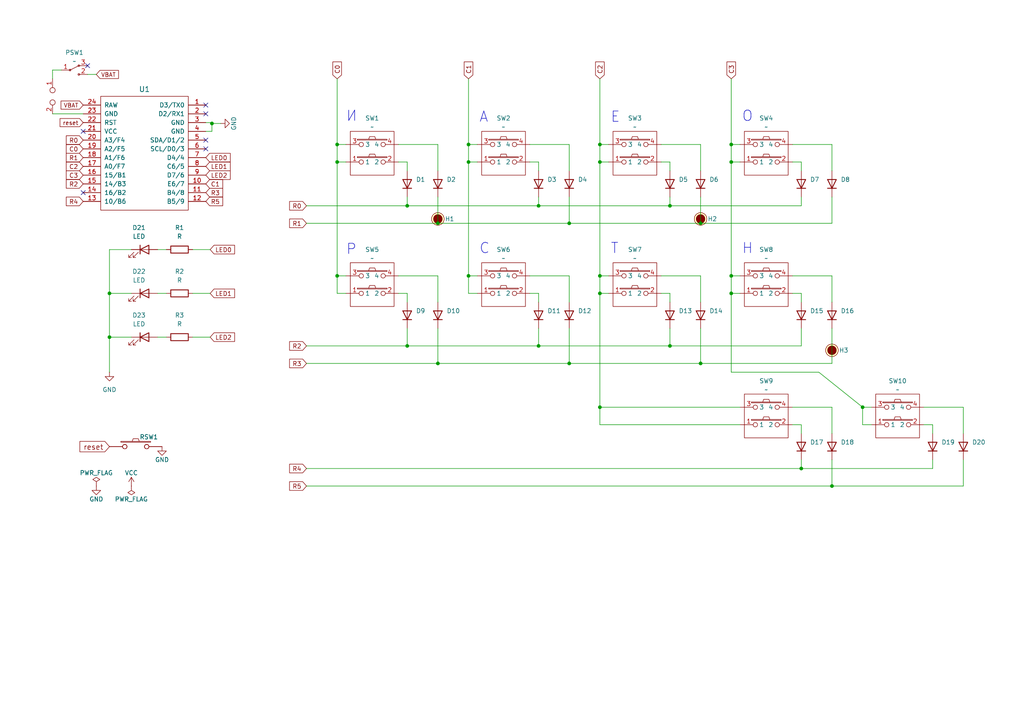
<source format=kicad_sch>
(kicad_sch (version 20250114) (generator "eeschema") (generator_version "9.0")
  (paper "A4")
  (title_block (title "РИСАТЕНО MK DOSE") (date "2021-02-28") (rev "0.0") (company "Aroum"))
  (lib_symbols
    (symbol "Connector:TestPoint_2Pole" (pin_names (offset 0.762) (hide yes))
      (property "Reference" "TP" (at 0 1.524 0))
      (property "Value" "TestPoint_2Pole" (at 0 -1.778 0))
      (symbol "TestPoint_2Pole_0_1"
        (circle (center -1.778 0) (radius 0.762))
        (circle (center 1.778 0) (radius 0.762))
        (pin passive line (at -5.08 0 0) (length 2.54) (name "1") (number "1"))
        (pin passive line (at 5.08 0 180) (length 2.54) (name "2") (number "2"))
      )
    )
    (symbol "Device:LED" (pin_numbers (hide yes)) (pin_names (offset 1.016) (hide yes))
      (property "Reference" "D" (at 0 2.54 0))
      (property "Value" "LED" (at 0 -2.54 0))
      (symbol "LED_0_1"
        (polyline (pts (xy -3.048 -0.762) (xy -4.572 -2.286) (xy -3.81 -2.286) (xy -4.572 -2.286) (xy -4.572 -1.524)))
        (polyline (pts (xy -1.778 -0.762) (xy -3.302 -2.286) (xy -2.54 -2.286) (xy -3.302 -2.286) (xy -3.302 -1.524)))
        (polyline (pts (xy -1.27 0) (xy 1.27 0)))
        (polyline (pts (xy -1.27 -1.27) (xy -1.27 1.27)) (stroke (width 0.254)))
        (polyline (pts (xy 1.27 -1.27) (xy 1.27 1.27) (xy -1.27 0) (xy 1.27 -1.27)) (stroke (width 0.254)))
      )
      (symbol "LED_1_1"
        (pin passive line (at -3.81 0 0) (length 2.54) (name "K") (number "1"))
        (pin passive line (at 3.81 0 180) (length 2.54) (name "A") (number "2"))
      )
    )
    (symbol "Device:R" (pin_numbers (hide yes)) (pin_names (offset 0))
      (property "Reference" "R" (at 2.032 0 90))
      (property "Value" "R" (at 0 0 90))
      (symbol "R_0_1"
        (rectangle (start -1.016 -2.54) (end 1.016 2.54) (stroke (width 0.254)))
      )
      (symbol "R_1_1"
        (pin passive line (at 0 3.81 270) (length 1.27) (name "~") (number "1"))
        (pin passive line (at 0 -3.81 90) (length 1.27) (name "~") (number "2"))
      )
    )
    (symbol "Diode:1N4148W" (pin_numbers (hide yes)) (pin_names (hide yes))
      (property "Reference" "D" (at 0 2.54 0))
      (property "Value" "1N4148W" (at 0 -2.54 0))
      (symbol "1N4148W_0_1"
        (polyline (pts (xy -1.27 1.27) (xy -1.27 -1.27)) (stroke (width 0.254)))
        (polyline (pts (xy 1.27 1.27) (xy 1.27 -1.27) (xy -1.27 0) (xy 1.27 1.27)) (stroke (width 0.254)))
        (polyline (pts (xy 1.27 0) (xy -1.27 0)))
      )
      (symbol "1N4148W_1_1"
        (pin passive line (at -3.81 0 0) (length 2.54) (name "K") (number "1"))
        (pin passive line (at 3.81 0 180) (length 2.54) (name "A") (number "2"))
      )
    )
    (symbol "GND_1" (power) (pin_numbers (hide yes)) (pin_names (offset 0) (hide yes))
      (property "Value" "GND" (at 0 -3.81 0))
      (symbol "GND_1_0_1"
        (polyline (pts (xy 0 0) (xy 0 -1.27) (xy 1.27 -1.27) (xy 0 -2.54) (xy -1.27 -1.27) (xy 0 -1.27)))
      )
      (symbol "GND_1_1_1"
        (pin power_in line (at 0 0 270) (length 0) (name "~") (number "1"))
      )
    )
    (symbol "PNCATEHO:ProMicro_r" (pin_names (offset 1.016))
      (property "Reference" "U" (at 1.27 22.86 0))
      (property "Value" "ProMicro_r" (at 1.27 -15.24 0))
      (symbol "ProMicro_r_0_1"
        (rectangle (start 13.97 20.32) (end -11.43 -12.7))
      )
      (symbol "ProMicro_r_1_1"
        (pin power_out line (at -16.51 17.78 0) (length 5.08) (name "RAW") (number "24"))
        (pin power_in line (at -16.51 15.24 0) (length 5.08) (name "GND") (number "23"))
        (pin input line (at -16.51 12.7 0) (length 5.08) (name "RST") (number "22"))
        (pin power_in line (at -16.51 10.16 0) (length 5.08) (name "VCC") (number "21"))
        (pin bidirectional line (at -16.51 7.62 0) (length 5.08) (name "A3/F4") (number "20"))
        (pin bidirectional line (at -16.51 5.08 0) (length 5.08) (name "A2/F5") (number "19"))
        (pin bidirectional line (at -16.51 2.54 0) (length 5.08) (name "A1/F6") (number "18"))
        (pin bidirectional line (at -16.51 0 0) (length 5.08) (name "A0/F7") (number "17"))
        (pin bidirectional line (at -16.51 -2.54 0) (length 5.08) (name "15/B1") (number "16"))
        (pin bidirectional line (at -16.51 -5.08 0) (length 5.08) (name "14/B3") (number "15"))
        (pin bidirectional line (at -16.51 -7.62 0) (length 5.08) (name "16/B2") (number "14"))
        (pin bidirectional line (at -16.51 -10.16 0) (length 5.08) (name "10/B6") (number "13"))
        (pin bidirectional line (at 19.05 17.78 180) (length 5.08) (name "D3/TX0") (number "1"))
        (pin bidirectional line (at 19.05 15.24 180) (length 5.08) (name "D2/RX1") (number "2"))
        (pin power_in line (at 19.05 12.7 180) (length 5.08) (name "GND") (number "3"))
        (pin power_in line (at 19.05 10.16 180) (length 5.08) (name "GND") (number "4"))
        (pin bidirectional line (at 19.05 7.62 180) (length 5.08) (name "SDA/D1/2") (number "5"))
        (pin bidirectional line (at 19.05 5.08 180) (length 5.08) (name "SCL/D0/3") (number "6"))
        (pin bidirectional line (at 19.05 2.54 180) (length 5.08) (name "D4/4") (number "7"))
        (pin bidirectional line (at 19.05 0 180) (length 5.08) (name "C6/5") (number "8"))
        (pin bidirectional line (at 19.05 -2.54 180) (length 5.08) (name "D7/6") (number "9"))
        (pin bidirectional line (at 19.05 -5.08 180) (length 5.08) (name "E6/7") (number "10"))
        (pin bidirectional line (at 19.05 -7.62 180) (length 5.08) (name "B4/8") (number "11"))
        (pin bidirectional line (at 19.05 -10.16 180) (length 5.08) (name "B5/9") (number "12"))
      )
    )
    (symbol "PNCATEHO:SW_MK_DOSE"
      (property "Reference" "SW" (at -4.826 7.366 0))
      (symbol "SW_MK_DOSE_0_1"
        (polyline (pts (xy -6.35 6.35) (xy -6.35 -6.35) (xy 6.35 -6.35) (xy 6.35 6.35) (xy -6.35 6.35)))
        (rectangle (start -4.318 3.81) (end 4.318 4.064))
        (rectangle (start -4.318 -1.27) (end 4.318 -1.016))
        (polyline (pts (xy -1.016 4.064) (xy -0.762 4.826) (xy 0.762 4.826) (xy 1.016 4.064)))
        (polyline (pts (xy -1.016 -1.016) (xy -0.762 -0.254) (xy 0.762 -0.254) (xy 1.016 -1.016)))
        (pin passive inverted (at -7.62 -2.54 0) (length 5.08) (name "1") (number "1"))
        (pin passive inverted (at 7.62 -2.54 180) (length 5.08) (name "2") (number "2"))
      )
      (symbol "SW_MK_DOSE_1_1"
        (pin passive inverted (at -7.62 2.54 0) (length 5.08) (name "3") (number "3"))
        (pin passive inverted (at 7.62 2.54 180) (length 5.08) (name "4") (number "4"))
      )
    )
    (symbol "PNCATEHO:SW_PUSH" (pin_numbers (hide yes)) (pin_names (offset 1.016) (hide yes))
      (property "Reference" "SW" (at 3.81 2.794 0))
      (property "Value" "SW_PUSH" (at 0 -2.032 0))
      (symbol "SW_PUSH_0_1"
        (rectangle (start -4.318 1.27) (end 4.318 1.524))
        (polyline (pts (xy -1.016 1.524) (xy -0.762 2.286) (xy 0.762 2.286) (xy 1.016 1.524)))
        (pin passive inverted (at -7.62 0 0) (length 5.08) (name "1") (number "1"))
        (pin passive inverted (at 7.62 0 180) (length 5.08) (name "2") (number "2"))
      )
    )
    (symbol "PNCATEHO:bsi10h" (pin_names (hide yes))
      (property "Reference" "PSW" (at 0 4.572 0))
      (symbol "bsi10h_0_1"
        (circle (center -1.27 2.54) (radius 0.254))
        (circle (center -1.27 0) (radius 0.254))
        (polyline (pts (xy -1.27 0) (xy 1.27 1.27)))
        (circle (center 1.27 1.27) (radius 0.254))
      )
      (symbol "bsi10h_1_1"
        (pin passive line (at -3.81 2.54 0) (length 2.54) (name "2") (number "2"))
        (pin passive line (at -3.81 0 0) (length 2.54) (name "3") (number "3"))
        (pin passive line (at 3.81 1.27 180) (length 2.54) (name "1") (number "1"))
      )
    )
    (symbol "kbd:Hole" (pin_names (offset 1.016))
      (property "Reference" "H" (at 0 0 0))
      (symbol "Hole_0_1"
        (circle (center 0 0) (radius 1.27) (fill (type outline)))
        (circle (center 0 0) (radius 1.8288) (fill (type background)))
      )
    )
    (symbol "power:GND" (power) (pin_names (offset 0))
      (property "Value" "GND" (at 0 -3.81 0))
      (symbol "GND_0_1"
        (polyline (pts (xy 0 0) (xy 0 -1.27) (xy 1.27 -1.27) (xy 0 -2.54) (xy -1.27 -1.27) (xy 0 -1.27)))
      )
      (symbol "GND_1_1"
        (pin power_in line (at 0 0 270) (length 0) (hide yes) (name "GND") (number "1"))
      )
    )
    (symbol "power:PWR_FLAG" (power) (pin_numbers (hide yes)) (pin_names (offset 0) (hide yes))
      (property "Value" "PWR_FLAG" (at 0 3.81 0))
      (symbol "PWR_FLAG_0_0"
        (pin power_out line (at 0 0 90) (length 0) (name "pwr") (number "1"))
      )
      (symbol "PWR_FLAG_0_1"
        (polyline (pts (xy 0 0) (xy 0 1.27) (xy -1.016 1.905) (xy 0 2.54) (xy 1.016 1.905) (xy 0 1.27)))
      )
    )
    (symbol "power:VCC" (power) (pin_names (offset 0))
      (property "Value" "VCC" (at 0 3.81 0))
      (symbol "VCC_0_1"
        (polyline (pts (xy -0.762 1.27) (xy 0 2.54)))
        (polyline (pts (xy 0 2.54) (xy 0.762 1.27)))
        (polyline (pts (xy 0 0) (xy 0 2.54)))
      )
      (symbol "VCC_1_1"
        (pin power_in line (at 0 0 90) (length 0) (hide yes) (name "VCC") (number "1"))
      )
    )
  )
  (text "И\n" (at 100.33 35.56 0) (effects (font (size 3 3)) (justify left bottom)))
  (text "Т\n" (at 177.038 73.914 0) (effects (font (size 3 3)) (justify left bottom)))
  (text "Н\n" (at 215.138 73.914 0) (effects (font (size 3 3)) (justify left bottom)))
  (text "Р" (at 100.33 74.168 0) (effects (font (size 3 3)) (justify left bottom)))
  (text "Е" (at 177.038 35.814 0) (effects (font (size 3 3)) (justify left bottom)))
  (text "О\n" (at 215.138 35.56 0) (effects (font (size 3 3)) (justify left bottom)))
  (text "А\n" (at 138.938 35.814 0) (effects (font (size 3 3)) (justify left bottom)))
  (text "С" (at 138.938 73.914 0) (effects (font (size 3 3)) (justify left bottom)))
  (junction (at 156.21 100.33))
  (junction (at 212.09 46.99))
  (junction (at 118.11 59.69))
  (junction (at 194.31 59.69))
  (junction (at 212.09 85.09))
  (junction (at 135.89 80.01))
  (junction (at 203.2 64.77))
  (junction (at 173.99 80.01))
  (junction (at 212.09 80.01))
  (junction (at 97.79 46.99))
  (junction (at 97.79 80.01))
  (junction (at 135.89 41.91))
  (junction (at 156.21 59.69))
  (junction (at 165.1 64.77))
  (junction (at 31.75 85.09))
  (junction (at 232.41 135.89))
  (junction (at 173.99 85.09))
  (junction (at 173.99 41.91))
  (junction (at 203.2 105.41))
  (junction (at 118.11 100.33))
  (junction (at 127 105.41))
  (junction (at 127 64.77))
  (junction (at 250.19 118.11))
  (junction (at 135.89 46.99))
  (junction (at 165.1 105.41))
  (junction (at 61.468 35.814))
  (junction (at 212.09 41.91))
  (junction (at 31.75 97.79))
  (junction (at 194.31 100.33))
  (junction (at 173.99 118.11))
  (junction (at 97.79 41.91))
  (junction (at 173.99 46.99))
  (junction (at 241.3 140.97))
  (no_connect (at 59.69 40.64))
  (no_connect (at 24.13 38.1))
  (no_connect (at 25.4 19.05))
  (no_connect (at 59.69 33.02))
  (no_connect (at 24.13 55.88))
  (no_connect (at 59.69 43.18))
  (no_connect (at 59.69 30.48))
  (wire (pts (xy 194.31 85.09) (xy 194.31 87.63)))
  (wire (pts (xy 115.57 85.09) (xy 118.11 85.09)))
  (wire (pts (xy 270.51 123.19) (xy 270.51 125.73)))
  (wire (pts (xy 232.41 59.69) (xy 194.31 59.69)))
  (wire (pts (xy 203.2 105.41) (xy 165.1 105.41)))
  (wire (pts (xy 241.3 41.91) (xy 241.3 49.53)))
  (wire (pts (xy 165.1 41.91) (xy 165.1 49.53)))
  (wire (pts (xy 138.43 46.99) (xy 135.89 46.99)))
  (wire (pts (xy 38.1 72.39) (xy 31.75 72.39)))
  (wire (pts (xy 250.19 118.11) (xy 237.49 107.95)))
  (wire (pts (xy 97.79 22.86) (xy 97.79 41.91)))
  (wire (pts (xy 115.57 80.01) (xy 127 80.01)))
  (wire (pts (xy 60.96 97.79) (xy 55.88 97.79)))
  (wire (pts (xy 214.63 80.01) (xy 212.09 80.01)))
  (wire (pts (xy 15.24 22.86) (xy 15.24 20.32)))
  (wire (pts (xy 229.87 85.09) (xy 232.41 85.09)))
  (wire (pts (xy 194.31 95.25) (xy 194.31 100.33)))
  (wire (pts (xy 173.99 118.11) (xy 214.63 118.11)))
  (wire (pts (xy 135.89 80.01) (xy 135.89 46.99)))
  (wire (pts (xy 176.53 41.91) (xy 173.99 41.91)))
  (wire (pts (xy 48.26 72.39) (xy 45.72 72.39)))
  (wire (pts (xy 241.3 57.15) (xy 241.3 64.77)))
  (wire (pts (xy 252.73 118.11) (xy 250.19 118.11)))
  (wire (pts (xy 241.3 64.77) (xy 203.2 64.77)))
  (wire (pts (xy 60.96 85.09) (xy 55.88 85.09)))
  (wire (pts (xy 88.9 100.33) (xy 118.11 100.33)))
  (wire (pts (xy 229.87 41.91) (xy 241.3 41.91)))
  (wire (pts (xy 173.99 46.99) (xy 176.53 46.99)))
  (wire (pts (xy 194.31 57.15) (xy 194.31 59.69)))
  (wire (pts (xy 27.94 21.59) (xy 25.4 21.59)))
  (wire (pts (xy 241.3 95.25) (xy 241.3 105.41)))
  (wire (pts (xy 153.67 41.91) (xy 165.1 41.91)))
  (wire (pts (xy 267.97 118.11) (xy 279.4 118.11)))
  (wire (pts (xy 48.26 85.09) (xy 45.72 85.09)))
  (wire (pts (xy 229.87 118.11) (xy 241.3 118.11)))
  (wire (pts (xy 15.24 20.32) (xy 17.78 20.32)))
  (wire (pts (xy 203.2 41.91) (xy 203.2 49.53)))
  (wire (pts (xy 173.99 118.11) (xy 173.99 85.09)))
  (wire (pts (xy 191.77 85.09) (xy 194.31 85.09)))
  (wire (pts (xy 194.31 59.69) (xy 156.21 59.69)))
  (wire (pts (xy 127 80.01) (xy 127 87.63)))
  (wire (pts (xy 48.26 97.79) (xy 45.72 97.79)))
  (wire (pts (xy 135.89 41.91) (xy 135.89 46.99)))
  (wire (pts (xy 88.9 105.41) (xy 127 105.41)))
  (wire (pts (xy 118.11 95.25) (xy 118.11 100.33)))
  (wire (pts (xy 203.2 80.01) (xy 203.2 87.63)))
  (wire (pts (xy 153.67 85.09) (xy 156.21 85.09)))
  (wire (pts (xy 173.99 41.91) (xy 173.99 46.99)))
  (wire (pts (xy 31.75 72.39) (xy 31.75 85.09)))
  (wire (pts (xy 191.77 80.01) (xy 203.2 80.01)))
  (wire (pts (xy 156.21 85.09) (xy 156.21 87.63)))
  (wire (pts (xy 229.87 80.01) (xy 241.3 80.01)))
  (wire (pts (xy 97.79 46.99) (xy 100.33 46.99)))
  (wire (pts (xy 232.41 123.19) (xy 232.41 125.73)))
  (wire (pts (xy 100.33 85.09) (xy 97.79 85.09)))
  (wire (pts (xy 173.99 80.01) (xy 173.99 46.99)))
  (wire (pts (xy 191.77 46.99) (xy 194.31 46.99)))
  (wire (pts (xy 64.008 35.814) (xy 61.468 35.814)))
  (wire (pts (xy 61.468 35.814) (xy 61.468 38.1)))
  (wire (pts (xy 31.75 97.79) (xy 31.75 107.95)))
  (wire (pts (xy 60.96 72.39) (xy 55.88 72.39)))
  (wire (pts (xy 97.79 41.91) (xy 97.79 46.99)))
  (wire (pts (xy 115.57 46.99) (xy 118.11 46.99)))
  (wire (pts (xy 241.3 80.01) (xy 241.3 87.63)))
  (wire (pts (xy 100.33 80.01) (xy 97.79 80.01)))
  (wire (pts (xy 232.41 135.89) (xy 270.51 135.89)))
  (wire (pts (xy 241.3 105.41) (xy 203.2 105.41)))
  (wire (pts (xy 203.2 57.15) (xy 203.2 64.77)))
  (wire (pts (xy 241.3 133.35) (xy 241.3 140.97)))
  (wire (pts (xy 165.1 80.01) (xy 165.1 87.63)))
  (wire (pts (xy 153.67 80.01) (xy 165.1 80.01)))
  (wire (pts (xy 118.11 59.69) (xy 118.11 57.15)))
  (wire (pts (xy 212.09 80.01) (xy 212.09 46.99)))
  (wire (pts (xy 212.09 80.01) (xy 212.09 85.09)))
  (wire (pts (xy 61.468 35.56) (xy 59.69 35.56)))
  (wire (pts (xy 173.99 123.19) (xy 173.99 118.11)))
  (wire (pts (xy 38.1 85.09) (xy 31.75 85.09)))
  (wire (pts (xy 165.1 105.41) (xy 127 105.41)))
  (wire (pts (xy 212.09 46.99) (xy 214.63 46.99)))
  (wire (pts (xy 214.63 85.09) (xy 212.09 85.09)))
  (wire (pts (xy 97.79 85.09) (xy 97.79 80.01)))
  (wire (pts (xy 97.79 80.01) (xy 97.79 46.99)))
  (wire (pts (xy 173.99 22.86) (xy 173.99 41.91)))
  (wire (pts (xy 156.21 46.99) (xy 156.21 49.53)))
  (wire (pts (xy 31.75 85.09) (xy 31.75 97.79)))
  (wire (pts (xy 212.09 22.86) (xy 212.09 41.91)))
  (wire (pts (xy 279.4 133.35) (xy 279.4 140.97)))
  (wire (pts (xy 232.41 46.99) (xy 232.41 49.53)))
  (wire (pts (xy 15.24 33.02) (xy 24.13 33.02)))
  (wire (pts (xy 59.69 38.1) (xy 61.468 38.1)))
  (wire (pts (xy 229.87 46.99) (xy 232.41 46.99)))
  (wire (pts (xy 118.11 85.09) (xy 118.11 87.63)))
  (wire (pts (xy 173.99 123.19) (xy 214.63 123.19)))
  (wire (pts (xy 127 57.15) (xy 127 64.77)))
  (wire (pts (xy 173.99 85.09) (xy 173.99 80.01)))
  (wire (pts (xy 232.41 100.33) (xy 194.31 100.33)))
  (wire (pts (xy 135.89 80.01) (xy 135.89 85.09)))
  (wire (pts (xy 88.9 140.97) (xy 241.3 140.97)))
  (wire (pts (xy 138.43 80.01) (xy 135.89 80.01)))
  (wire (pts (xy 118.11 59.69) (xy 156.21 59.69)))
  (wire (pts (xy 156.21 57.15) (xy 156.21 59.69)))
  (wire (pts (xy 212.09 41.91) (xy 212.09 46.99)))
  (wire (pts (xy 194.31 46.99) (xy 194.31 49.53)))
  (wire (pts (xy 237.49 107.95) (xy 212.09 107.95)))
  (wire (pts (xy 127 95.25) (xy 127 105.41)))
  (wire (pts (xy 118.11 100.33) (xy 156.21 100.33)))
  (wire (pts (xy 156.21 95.25) (xy 156.21 100.33)))
  (wire (pts (xy 203.2 95.25) (xy 203.2 105.41)))
  (wire (pts (xy 191.77 41.91) (xy 203.2 41.91)))
  (wire (pts (xy 212.09 85.09) (xy 212.09 107.95)))
  (wire (pts (xy 270.51 133.35) (xy 270.51 135.89)))
  (wire (pts (xy 88.9 59.69) (xy 118.11 59.69)))
  (wire (pts (xy 88.9 64.77) (xy 127 64.77)))
  (wire (pts (xy 279.4 140.97) (xy 241.3 140.97)))
  (wire (pts (xy 138.43 85.09) (xy 135.89 85.09)))
  (wire (pts (xy 38.1 97.79) (xy 31.75 97.79)))
  (wire (pts (xy 229.87 123.19) (xy 232.41 123.19)))
  (wire (pts (xy 97.79 41.91) (xy 100.33 41.91)))
  (wire (pts (xy 232.41 95.25) (xy 232.41 100.33)))
  (wire (pts (xy 176.53 85.09) (xy 173.99 85.09)))
  (wire (pts (xy 127 64.77) (xy 165.1 64.77)))
  (wire (pts (xy 118.11 46.99) (xy 118.11 49.53)))
  (wire (pts (xy 267.97 123.19) (xy 270.51 123.19)))
  (wire (pts (xy 135.89 22.86) (xy 135.89 41.91)))
  (wire (pts (xy 61.468 35.56) (xy 61.468 35.814)))
  (wire (pts (xy 135.89 41.91) (xy 138.43 41.91)))
  (wire (pts (xy 279.4 118.11) (xy 279.4 125.73)))
  (wire (pts (xy 88.9 135.89) (xy 232.41 135.89)))
  (wire (pts (xy 176.53 80.01) (xy 173.99 80.01)))
  (wire (pts (xy 250.19 123.19) (xy 250.19 118.11)))
  (wire (pts (xy 203.2 64.77) (xy 165.1 64.77)))
  (wire (pts (xy 153.67 46.99) (xy 156.21 46.99)))
  (wire (pts (xy 252.73 123.19) (xy 250.19 123.19)))
  (wire (pts (xy 232.41 133.35) (xy 232.41 135.89)))
  (wire (pts (xy 214.63 41.91) (xy 212.09 41.91)))
  (wire (pts (xy 232.41 57.15) (xy 232.41 59.69)))
  (wire (pts (xy 232.41 85.09) (xy 232.41 87.63)))
  (wire (pts (xy 165.1 57.15) (xy 165.1 64.77)))
  (wire (pts (xy 115.57 41.91) (xy 127 41.91)))
  (wire (pts (xy 127 41.91) (xy 127 49.53)))
  (wire (pts (xy 194.31 100.33) (xy 156.21 100.33)))
  (wire (pts (xy 241.3 118.11) (xy 241.3 125.73)))
  (wire (pts (xy 165.1 95.25) (xy 165.1 105.41)))
  (global_label "C2" (shape input) (at 173.99 22.86 90) (property "Intersheetrefs" "${INTERSHEET_REFS}" (effects (hide yes))))
  (global_label "R5" (shape input) (at 59.69 58.42 0) (property "Intersheetrefs" "${INTERSHEET_REFS}" (effects (hide yes))))
  (global_label "R5" (shape input) (at 88.9 140.97 180) (property "Intersheetrefs" "${INTERSHEET_REFS}" (effects (hide yes))))
  (global_label "C1" (shape input) (at 135.89 22.86 90) (property "Intersheetrefs" "${INTERSHEET_REFS}" (effects (hide yes))))
  (global_label "R0" (shape input) (at 24.13 40.64 180) (property "Intersheetrefs" "${INTERSHEET_REFS}" (effects (hide yes))))
  (global_label "R3" (shape input) (at 59.69 55.88 0) (property "Intersheetrefs" "${INTERSHEET_REFS}" (effects (hide yes))))
  (global_label "LED1" (shape input) (at 60.96 85.09 0) (property "Intersheetrefs" "${INTERSHEET_REFS}" (effects (hide yes))))
  (global_label "C3" (shape input) (at 212.09 22.86 90) (property "Intersheetrefs" "${INTERSHEET_REFS}" (effects (hide yes))))
  (global_label "LED2" (shape input) (at 60.96 97.79 0) (property "Intersheetrefs" "${INTERSHEET_REFS}" (effects (hide yes))))
  (global_label "VBAT" (shape input) (at 24.13 30.48 180) (effects (font (size 1.1938 1.1938))) (property "Intersheetrefs" "${INTERSHEET_REFS}" (effects (hide yes))))
  (global_label "C2" (shape input) (at 24.13 48.26 180) (property "Intersheetrefs" "${INTERSHEET_REFS}" (effects (hide yes))))
  (global_label "C0" (shape input) (at 97.79 22.86 90) (property "Intersheetrefs" "${INTERSHEET_REFS}" (effects (hide yes))))
  (global_label "LED2" (shape input) (at 59.69 50.8 0) (property "Intersheetrefs" "${INTERSHEET_REFS}" (effects (hide yes))))
  (global_label "R2" (shape input) (at 24.13 53.34 180) (property "Intersheetrefs" "${INTERSHEET_REFS}" (effects (hide yes))))
  (global_label "LED1" (shape input) (at 59.69 48.26 0) (property "Intersheetrefs" "${INTERSHEET_REFS}" (effects (hide yes))))
  (global_label "R2" (shape input) (at 88.9 100.33 180) (property "Intersheetrefs" "${INTERSHEET_REFS}" (effects (hide yes))))
  (global_label "R4" (shape input) (at 88.9 135.89 180) (property "Intersheetrefs" "${INTERSHEET_REFS}" (effects (hide yes))))
  (global_label "LED0" (shape input) (at 60.96 72.39 0) (property "Intersheetrefs" "${INTERSHEET_REFS}" (effects (hide yes))))
  (global_label "R3" (shape input) (at 88.9 105.41 180) (property "Intersheetrefs" "${INTERSHEET_REFS}" (effects (hide yes))))
  (global_label "R1" (shape input) (at 88.9 64.77 180) (property "Intersheetrefs" "${INTERSHEET_REFS}" (effects (hide yes))))
  (global_label "C0" (shape input) (at 24.13 43.18 180) (property "Intersheetrefs" "${INTERSHEET_REFS}" (effects (hide yes))))
  (global_label "C3" (shape input) (at 24.13 50.8 180) (property "Intersheetrefs" "${INTERSHEET_REFS}" (effects (hide yes))))
  (global_label "LED0" (shape input) (at 59.69 45.72 0) (property "Intersheetrefs" "${INTERSHEET_REFS}" (effects (hide yes))))
  (global_label "reset" (shape input) (at 24.13 35.56 180) (effects (font (size 1.1938 1.1938))) (property "Intersheetrefs" "${INTERSHEET_REFS}" (effects (hide yes))))
  (global_label "C1" (shape input) (at 59.69 53.34 0) (property "Intersheetrefs" "${INTERSHEET_REFS}" (effects (hide yes))))
  (global_label "R0" (shape input) (at 88.9 59.69 180) (property "Intersheetrefs" "${INTERSHEET_REFS}" (effects (hide yes))))
  (global_label "reset" (shape input) (at 31.75 129.54 180) (effects (font (size 1.524 1.524))) (property "Intersheetrefs" "${INTERSHEET_REFS}" (effects (hide yes))))
  (global_label "R1" (shape input) (at 24.13 45.72 180) (property "Intersheetrefs" "${INTERSHEET_REFS}" (effects (hide yes))))
  (global_label "R4" (shape input) (at 24.13 58.42 180) (property "Intersheetrefs" "${INTERSHEET_REFS}" (effects (hide yes))))
  (global_label "VBAT" (shape input) (at 27.94 21.59 0) (effects (font (size 1.1938 1.1938))) (property "Intersheetrefs" "${INTERSHEET_REFS}" (effects (hide yes))))
  (symbol (lib_id "power:GND") (at 64.008 35.814 90) (unit 1)
    (property "Reference" "#PWR08" (effects (hide yes)))
    (property "Value" "GND" (at 67.818 35.814 0))
  )
  (symbol (lib_id "power:GND") (at 27.94 140.97 0) (unit 1)
    (property "Reference" "#PWR04" (effects (hide yes)))
    (property "Value" "GND" (at 27.94 144.78 0))
  )
  (symbol (lib_id "power:VCC") (at 38.1 140.97 0) (unit 1)
    (property "Reference" "#PWR05" (effects (hide yes)))
    (property "Value" "VCC" (at 38.1 137.16 0))
  )
  (symbol (lib_id "power:PWR_FLAG") (at 38.1 140.97 180) (unit 1)
    (property "Reference" "#FLG02" (effects (hide yes)))
    (property "Value" "PWR_FLAG" (at 38.1 144.78 0))
  )
  (symbol (lib_id "power:PWR_FLAG") (at 27.94 140.97 0) (unit 1)
    (property "Reference" "#FLG01" (effects (hide yes)))
    (property "Value" "PWR_FLAG" (at 27.94 137.16 0))
  )
  (symbol (lib_id "PNCATEHO:SW_PUSH") (at 39.37 129.54 0) (unit 1)
    (property "Reference" "RSW1" (at 43.18 126.746 0))
    (property "Value" "SW_PUSH" (effects (hide yes)))
    (property "Footprint" "PNCATEHO:SW_3x4x2_2legs_duplex" (effects (hide yes)))
  )
  (symbol (lib_id "power:GND") (at 46.99 129.54 0) (unit 1)
    (property "Reference" "#PWR0101" (effects (hide yes)))
    (property "Value" "GND" (at 46.99 133.35 0))
  )
  (symbol (lib_id "PNCATEHO:ProMicro_r") (at 40.64 48.26 0) (unit 1)
    (property "Reference" "U1" (at 41.91 25.8826 0) (effects (font (size 1.524 1.524))))
    (property "Value" "ProMicro_r" (effects (hide yes)))
    (property "Footprint" "PNCATEHO:ProMicro_duplex_mirrored" (effects (hide yes)))
  )
  (symbol (lib_id "Diode:1N4148W") (at 127 91.44 90) (unit 1)
    (property "Reference" "D10" (at 129.54 90.1699 90) (effects (justify right)))
    (property "Value" "1N4148W" (effects (hide yes)))
    (property "Footprint" "PNCATEHO:D3_SMD" (effects (hide yes)))
    (property "Datasheet" "https://www.vishay.com/docs/85748/1n4148w.pdf" (effects (hide yes)))
    (property "Description" "75V 0.15A Fast Switching Diode, SOD-123" (effects (hide yes)))
    (property "Sim.Device" "D" (effects (hide yes)))
    (property "Sim.Pins" "1=K 2=A" (effects (hide yes)))
  )
  (symbol (lib_id "PNCATEHO:SW_MK_DOSE") (at 107.95 82.55 0) (unit 1)
    (property "Reference" "SW5" (at 107.95 72.39 0))
    (property "Value" "~" (at 107.95 74.93 0))
    (property "Footprint" "PNCATEHO:MK-DOSE" (effects (hide yes)))
  )
  (symbol (lib_id "Diode:1N4148W") (at 270.51 129.54 90) (unit 1)
    (property "Reference" "D19" (at 273.05 128.2699 90) (effects (justify right)))
    (property "Value" "1N4148W" (effects (hide yes)))
    (property "Footprint" "PNCATEHO:D3_SMD" (effects (hide yes)))
    (property "Datasheet" "https://www.vishay.com/docs/85748/1n4148w.pdf" (effects (hide yes)))
    (property "Description" "75V 0.15A Fast Switching Diode, SOD-123" (effects (hide yes)))
    (property "Sim.Device" "D" (effects (hide yes)))
    (property "Sim.Pins" "1=K 2=A" (effects (hide yes)))
  )
  (symbol (lib_id "PNCATEHO:SW_MK_DOSE") (at 222.25 120.65 0) (unit 1)
    (property "Reference" "SW9" (at 222.25 110.49 0))
    (property "Value" "~" (at 222.25 113.03 0))
    (property "Footprint" "PNCATEHO:MK-DOSE" (effects (hide yes)))
  )
  (symbol (lib_name "GND_1") (lib_id "power:GND") (at 31.75 107.95 0) (unit 1)
    (property "Reference" "#PWR01" (effects (hide yes)))
    (property "Value" "GND" (at 31.75 113.03 0))
    (property "Description" "Power symbol creates a global label with name \"GND\" , ground" (effects (hide yes)))
  )
  (symbol (lib_id "Device:R") (at 52.07 97.79 90) (unit 1)
    (property "Reference" "R3" (at 52.07 91.44 90))
    (property "Value" "R" (at 52.07 93.98 90))
    (property "Footprint" "PNCATEHO:0603-resistor_dual" (effects (hide yes)))
    (property "Description" "Resistor" (effects (hide yes)))
  )
  (symbol (lib_id "Diode:1N4148W") (at 232.41 91.44 90) (unit 1)
    (property "Reference" "D15" (at 234.95 90.1699 90) (effects (justify right)))
    (property "Value" "1N4148W" (effects (hide yes)))
    (property "Footprint" "PNCATEHO:D3_SMD" (effects (hide yes)))
    (property "Datasheet" "https://www.vishay.com/docs/85748/1n4148w.pdf" (effects (hide yes)))
    (property "Description" "75V 0.15A Fast Switching Diode, SOD-123" (effects (hide yes)))
    (property "Sim.Device" "D" (effects (hide yes)))
    (property "Sim.Pins" "1=K 2=A" (effects (hide yes)))
  )
  (symbol (lib_id "kbd:Hole") (at 127 63.5 0) (unit 1)
    (property "Reference" "H1" (at 129.032 63.5 0) (effects (justify left)))
    (property "Value" "Hole" (effects (hide yes)))
    (property "Footprint" "PNCATEHO:Hole" (effects (hide yes)))
  )
  (symbol (lib_id "Diode:1N4148W") (at 156.21 53.34 90) (unit 1)
    (property "Reference" "D3" (at 158.75 52.0699 90) (effects (justify right)))
    (property "Value" "1N4148W" (effects (hide yes)))
    (property "Footprint" "PNCATEHO:D3_SMD" (effects (hide yes)))
    (property "Datasheet" "https://www.vishay.com/docs/85748/1n4148w.pdf" (effects (hide yes)))
    (property "Description" "75V 0.15A Fast Switching Diode, SOD-123" (effects (hide yes)))
    (property "Sim.Device" "D" (effects (hide yes)))
    (property "Sim.Pins" "1=K 2=A" (effects (hide yes)))
  )
  (symbol (lib_id "Diode:1N4148W") (at 241.3 53.34 90) (unit 1)
    (property "Reference" "D8" (at 243.84 52.0699 90) (effects (justify right)))
    (property "Value" "1N4148W" (effects (hide yes)))
    (property "Footprint" "PNCATEHO:D3_SMD" (effects (hide yes)))
    (property "Datasheet" "https://www.vishay.com/docs/85748/1n4148w.pdf" (effects (hide yes)))
    (property "Description" "75V 0.15A Fast Switching Diode, SOD-123" (effects (hide yes)))
    (property "Sim.Device" "D" (effects (hide yes)))
    (property "Sim.Pins" "1=K 2=A" (effects (hide yes)))
  )
  (symbol (lib_id "Device:R") (at 52.07 72.39 90) (unit 1)
    (property "Reference" "R1" (at 52.07 66.04 90))
    (property "Value" "R" (at 52.07 68.58 90))
    (property "Footprint" "PNCATEHO:0603-resistor_dual" (effects (hide yes)))
    (property "Description" "Resistor" (effects (hide yes)))
  )
  (symbol (lib_id "Diode:1N4148W") (at 156.21 91.44 90) (unit 1)
    (property "Reference" "D11" (at 158.75 90.1699 90) (effects (justify right)))
    (property "Value" "1N4148W" (effects (hide yes)))
    (property "Footprint" "PNCATEHO:D3_SMD" (effects (hide yes)))
    (property "Datasheet" "https://www.vishay.com/docs/85748/1n4148w.pdf" (effects (hide yes)))
    (property "Description" "75V 0.15A Fast Switching Diode, SOD-123" (effects (hide yes)))
    (property "Sim.Device" "D" (effects (hide yes)))
    (property "Sim.Pins" "1=K 2=A" (effects (hide yes)))
  )
  (symbol (lib_id "Diode:1N4148W") (at 241.3 91.44 90) (unit 1)
    (property "Reference" "D16" (at 243.84 90.1699 90) (effects (justify right)))
    (property "Value" "1N4148W" (effects (hide yes)))
    (property "Footprint" "PNCATEHO:D3_SMD" (effects (hide yes)))
    (property "Datasheet" "https://www.vishay.com/docs/85748/1n4148w.pdf" (effects (hide yes)))
    (property "Description" "75V 0.15A Fast Switching Diode, SOD-123" (effects (hide yes)))
    (property "Sim.Device" "D" (effects (hide yes)))
    (property "Sim.Pins" "1=K 2=A" (effects (hide yes)))
  )
  (symbol (lib_id "Connector:TestPoint_2Pole") (at 15.24 27.94 270) (unit 1)
    (property "Reference" "J1" (effects (hide yes)))
    (property "Value" "TestPoint_2Pole" (effects (hide yes)))
    (property "Footprint" "PNCATEHO:battery_conn_duplex" (effects (hide yes)))
  )
  (symbol (lib_id "Diode:1N4148W") (at 241.3 129.54 90) (unit 1)
    (property "Reference" "D18" (at 243.84 128.2699 90) (effects (justify right)))
    (property "Value" "1N4148W" (effects (hide yes)))
    (property "Footprint" "PNCATEHO:D3_SMD" (effects (hide yes)))
    (property "Datasheet" "https://www.vishay.com/docs/85748/1n4148w.pdf" (effects (hide yes)))
    (property "Description" "75V 0.15A Fast Switching Diode, SOD-123" (effects (hide yes)))
    (property "Sim.Device" "D" (effects (hide yes)))
    (property "Sim.Pins" "1=K 2=A" (effects (hide yes)))
  )
  (symbol (lib_id "Diode:1N4148W") (at 194.31 91.44 90) (unit 1)
    (property "Reference" "D13" (at 196.85 90.1699 90) (effects (justify right)))
    (property "Value" "1N4148W" (effects (hide yes)))
    (property "Footprint" "PNCATEHO:D3_SMD" (effects (hide yes)))
    (property "Datasheet" "https://www.vishay.com/docs/85748/1n4148w.pdf" (effects (hide yes)))
    (property "Description" "75V 0.15A Fast Switching Diode, SOD-123" (effects (hide yes)))
    (property "Sim.Device" "D" (effects (hide yes)))
    (property "Sim.Pins" "1=K 2=A" (effects (hide yes)))
  )
  (symbol (lib_id "kbd:Hole") (at 203.2 63.5 0) (unit 1)
    (property "Reference" "H2" (at 205.232 63.5 0) (effects (justify left)))
    (property "Value" "Hole" (effects (hide yes)))
    (property "Footprint" "PNCATEHO:Hole" (effects (hide yes)))
  )
  (symbol (lib_id "Diode:1N4148W") (at 118.11 91.44 90) (unit 1)
    (property "Reference" "D9" (at 120.65 90.1699 90) (effects (justify right)))
    (property "Value" "1N4148W" (effects (hide yes)))
    (property "Footprint" "PNCATEHO:D3_SMD" (effects (hide yes)))
    (property "Datasheet" "https://www.vishay.com/docs/85748/1n4148w.pdf" (effects (hide yes)))
    (property "Description" "75V 0.15A Fast Switching Diode, SOD-123" (effects (hide yes)))
    (property "Sim.Device" "D" (effects (hide yes)))
    (property "Sim.Pins" "1=K 2=A" (effects (hide yes)))
  )
  (symbol (lib_id "kbd:Hole") (at 241.3 101.6 0) (unit 1)
    (property "Reference" "H3" (at 243.332 101.6 0) (effects (justify left)))
    (property "Value" "Hole" (effects (hide yes)))
    (property "Footprint" "PNCATEHO:Hole" (effects (hide yes)))
  )
  (symbol (lib_id "PNCATEHO:SW_MK_DOSE") (at 222.25 44.45 0) (unit 1)
    (property "Reference" "SW4" (at 222.25 34.29 0))
    (property "Value" "~" (at 222.25 36.83 0))
    (property "Footprint" "PNCATEHO:MK-DOSE" (effects (hide yes)))
  )
  (symbol (lib_id "Diode:1N4148W") (at 165.1 91.44 90) (unit 1)
    (property "Reference" "D12" (at 167.64 90.1699 90) (effects (justify right)))
    (property "Value" "1N4148W" (effects (hide yes)))
    (property "Footprint" "PNCATEHO:D3_SMD" (effects (hide yes)))
    (property "Datasheet" "https://www.vishay.com/docs/85748/1n4148w.pdf" (effects (hide yes)))
    (property "Description" "75V 0.15A Fast Switching Diode, SOD-123" (effects (hide yes)))
    (property "Sim.Device" "D" (effects (hide yes)))
    (property "Sim.Pins" "1=K 2=A" (effects (hide yes)))
  )
  (symbol (lib_id "Device:R") (at 52.07 85.09 90) (unit 1)
    (property "Reference" "R2" (at 52.07 78.74 90))
    (property "Value" "R" (at 52.07 81.28 90))
    (property "Footprint" "PNCATEHO:0603-resistor_dual" (effects (hide yes)))
    (property "Description" "Resistor" (effects (hide yes)))
  )
  (symbol (lib_id "Diode:1N4148W") (at 203.2 91.44 90) (unit 1)
    (property "Reference" "D14" (at 205.74 90.1699 90) (effects (justify right)))
    (property "Value" "1N4148W" (effects (hide yes)))
    (property "Footprint" "PNCATEHO:D3_SMD" (effects (hide yes)))
    (property "Datasheet" "https://www.vishay.com/docs/85748/1n4148w.pdf" (effects (hide yes)))
    (property "Description" "75V 0.15A Fast Switching Diode, SOD-123" (effects (hide yes)))
    (property "Sim.Device" "D" (effects (hide yes)))
    (property "Sim.Pins" "1=K 2=A" (effects (hide yes)))
  )
  (symbol (lib_id "PNCATEHO:SW_MK_DOSE") (at 184.15 82.55 0) (unit 1)
    (property "Reference" "SW7" (at 184.15 72.39 0))
    (property "Value" "~" (at 184.15 74.93 0))
    (property "Footprint" "PNCATEHO:MK-DOSE" (effects (hide yes)))
  )
  (symbol (lib_id "Diode:1N4148W") (at 165.1 53.34 90) (unit 1)
    (property "Reference" "D4" (at 167.64 52.0699 90) (effects (justify right)))
    (property "Value" "1N4148W" (effects (hide yes)))
    (property "Footprint" "PNCATEHO:D3_SMD" (effects (hide yes)))
    (property "Datasheet" "https://www.vishay.com/docs/85748/1n4148w.pdf" (effects (hide yes)))
    (property "Description" "75V 0.15A Fast Switching Diode, SOD-123" (effects (hide yes)))
    (property "Sim.Device" "D" (effects (hide yes)))
    (property "Sim.Pins" "1=K 2=A" (effects (hide yes)))
  )
  (symbol (lib_id "Diode:1N4148W") (at 279.4 129.54 90) (unit 1)
    (property "Reference" "D20" (at 281.94 128.2699 90) (effects (justify right)))
    (property "Value" "1N4148W" (effects (hide yes)))
    (property "Footprint" "PNCATEHO:D3_SMD" (effects (hide yes)))
    (property "Datasheet" "https://www.vishay.com/docs/85748/1n4148w.pdf" (effects (hide yes)))
    (property "Description" "75V 0.15A Fast Switching Diode, SOD-123" (effects (hide yes)))
    (property "Sim.Device" "D" (effects (hide yes)))
    (property "Sim.Pins" "1=K 2=A" (effects (hide yes)))
  )
  (symbol (lib_id "PNCATEHO:SW_MK_DOSE") (at 107.95 44.45 0) (unit 1)
    (property "Reference" "SW1" (at 107.95 34.29 0))
    (property "Value" "~" (at 107.95 36.83 0))
    (property "Footprint" "PNCATEHO:MK-DOSE" (effects (hide yes)))
  )
  (symbol (lib_id "PNCATEHO:bsi10h") (at 21.59 19.05 180) (unit 1)
    (property "Reference" "PSW1" (at 21.59 15.24 0))
    (property "Value" "~" (at 21.59 17.78 0))
    (property "Footprint" "PNCATEHO:bsi10h" (effects (hide yes)))
  )
  (symbol (lib_id "Diode:1N4148W") (at 127 53.34 90) (unit 1)
    (property "Reference" "D2" (at 129.54 52.0699 90) (effects (justify right)))
    (property "Value" "1N4148W" (effects (hide yes)))
    (property "Footprint" "PNCATEHO:D3_SMD" (effects (hide yes)))
    (property "Datasheet" "https://www.vishay.com/docs/85748/1n4148w.pdf" (effects (hide yes)))
    (property "Description" "75V 0.15A Fast Switching Diode, SOD-123" (effects (hide yes)))
    (property "Sim.Device" "D" (effects (hide yes)))
    (property "Sim.Pins" "1=K 2=A" (effects (hide yes)))
  )
  (symbol (lib_id "Device:LED") (at 41.91 72.39 0) (unit 1)
    (property "Reference" "D21" (at 40.3225 66.04 0))
    (property "Value" "LED" (at 40.3225 68.58 0))
    (property "Footprint" "PNCATEHO:0603-led_dual" (effects (hide yes)))
    (property "Description" "Light emitting diode" (effects (hide yes)))
    (property "Sim.Pins" "1=K 2=A" (effects (hide yes)))
  )
  (symbol (lib_id "Device:LED") (at 41.91 97.79 0) (unit 1)
    (property "Reference" "D23" (at 40.3225 91.44 0))
    (property "Value" "LED" (at 40.3225 93.98 0))
    (property "Footprint" "PNCATEHO:0603-led_dual" (effects (hide yes)))
    (property "Description" "Light emitting diode" (effects (hide yes)))
    (property "Sim.Pins" "1=K 2=A" (effects (hide yes)))
  )
  (symbol (lib_id "Device:LED") (at 41.91 85.09 0) (unit 1)
    (property "Reference" "D22" (at 40.3225 78.74 0))
    (property "Value" "LED" (at 40.3225 81.28 0))
    (property "Footprint" "PNCATEHO:0603-led_dual" (effects (hide yes)))
    (property "Description" "Light emitting diode" (effects (hide yes)))
    (property "Sim.Pins" "1=K 2=A" (effects (hide yes)))
  )
  (symbol (lib_id "PNCATEHO:SW_MK_DOSE") (at 222.25 82.55 0) (unit 1)
    (property "Reference" "SW8" (at 222.25 72.39 0))
    (property "Value" "~" (at 222.25 74.93 0))
    (property "Footprint" "PNCATEHO:MK-DOSE" (effects (hide yes)))
  )
  (symbol (lib_id "PNCATEHO:SW_MK_DOSE") (at 146.05 82.55 0) (unit 1)
    (property "Reference" "SW6" (at 146.05 72.39 0))
    (property "Value" "~" (at 146.05 74.93 0))
    (property "Footprint" "PNCATEHO:MK-DOSE" (effects (hide yes)))
  )
  (symbol (lib_id "Diode:1N4148W") (at 118.11 53.34 90) (unit 1)
    (property "Reference" "D1" (at 120.65 52.0699 90) (effects (justify right)))
    (property "Value" "1N4148W" (effects (hide yes)))
    (property "Footprint" "PNCATEHO:D3_SMD" (effects (hide yes)))
    (property "Datasheet" "https://www.vishay.com/docs/85748/1n4148w.pdf" (effects (hide yes)))
    (property "Description" "75V 0.15A Fast Switching Diode, SOD-123" (effects (hide yes)))
    (property "Sim.Device" "D" (effects (hide yes)))
    (property "Sim.Pins" "1=K 2=A" (effects (hide yes)))
  )
  (symbol (lib_id "PNCATEHO:SW_MK_DOSE") (at 146.05 44.45 0) (unit 1)
    (property "Reference" "SW2" (at 146.05 34.29 0))
    (property "Value" "~" (at 146.05 36.83 0))
    (property "Footprint" "PNCATEHO:MK-DOSE" (effects (hide yes)))
  )
  (symbol (lib_id "Diode:1N4148W") (at 203.2 53.34 90) (unit 1)
    (property "Reference" "D6" (at 205.74 52.0699 90) (effects (justify right)))
    (property "Value" "1N4148W" (effects (hide yes)))
    (property "Footprint" "PNCATEHO:D3_SMD" (effects (hide yes)))
    (property "Datasheet" "https://www.vishay.com/docs/85748/1n4148w.pdf" (effects (hide yes)))
    (property "Description" "75V 0.15A Fast Switching Diode, SOD-123" (effects (hide yes)))
    (property "Sim.Device" "D" (effects (hide yes)))
    (property "Sim.Pins" "1=K 2=A" (effects (hide yes)))
  )
  (symbol (lib_id "Diode:1N4148W") (at 232.41 129.54 90) (unit 1)
    (property "Reference" "D17" (at 234.95 128.2699 90) (effects (justify right)))
    (property "Value" "1N4148W" (effects (hide yes)))
    (property "Footprint" "PNCATEHO:D3_SMD" (effects (hide yes)))
    (property "Datasheet" "https://www.vishay.com/docs/85748/1n4148w.pdf" (effects (hide yes)))
    (property "Description" "75V 0.15A Fast Switching Diode, SOD-123" (effects (hide yes)))
    (property "Sim.Device" "D" (effects (hide yes)))
    (property "Sim.Pins" "1=K 2=A" (effects (hide yes)))
  )
  (symbol (lib_id "PNCATEHO:SW_MK_DOSE") (at 260.35 120.65 0) (unit 1)
    (property "Reference" "SW10" (at 260.35 110.49 0))
    (property "Value" "~" (at 260.35 113.03 0))
    (property "Footprint" "PNCATEHO:MK-DOSE" (effects (hide yes)))
  )
  (symbol (lib_id "Diode:1N4148W") (at 194.31 53.34 90) (unit 1)
    (property "Reference" "D5" (at 196.85 52.0699 90) (effects (justify right)))
    (property "Value" "1N4148W" (effects (hide yes)))
    (property "Footprint" "PNCATEHO:D3_SMD" (effects (hide yes)))
    (property "Datasheet" "https://www.vishay.com/docs/85748/1n4148w.pdf" (effects (hide yes)))
    (property "Description" "75V 0.15A Fast Switching Diode, SOD-123" (effects (hide yes)))
    (property "Sim.Device" "D" (effects (hide yes)))
    (property "Sim.Pins" "1=K 2=A" (effects (hide yes)))
  )
  (symbol (lib_id "Diode:1N4148W") (at 232.41 53.34 90) (unit 1)
    (property "Reference" "D7" (at 234.95 52.0699 90) (effects (justify right)))
    (property "Value" "1N4148W" (effects (hide yes)))
    (property "Footprint" "PNCATEHO:D3_SMD" (effects (hide yes)))
    (property "Datasheet" "https://www.vishay.com/docs/85748/1n4148w.pdf" (effects (hide yes)))
    (property "Description" "75V 0.15A Fast Switching Diode, SOD-123" (effects (hide yes)))
    (property "Sim.Device" "D" (effects (hide yes)))
    (property "Sim.Pins" "1=K 2=A" (effects (hide yes)))
  )
  (symbol (lib_id "PNCATEHO:SW_MK_DOSE") (at 184.15 44.45 0) (unit 1)
    (property "Reference" "SW3" (at 184.15 34.29 0))
    (property "Value" "~" (at 184.15 36.83 0))
    (property "Footprint" "PNCATEHO:MK-DOSE" (effects (hide yes)))
  )
)
</source>
